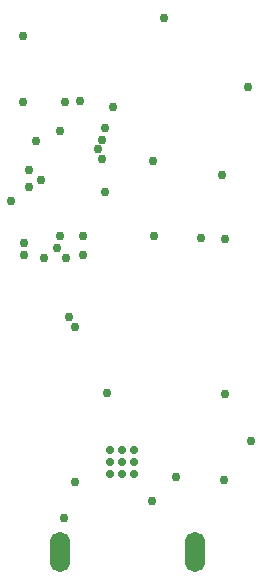
<source format=gbs>
G04 Layer_Color=8150272*
%FSLAX25Y25*%
%MOIN*%
G70*
G01*
G75*
%ADD52O,0.06706X0.13398*%
%ADD53C,0.02800*%
%ADD54C,0.03000*%
D52*
X413941Y272500D02*
D03*
X369059D02*
D03*
D53*
X393500Y298476D02*
D03*
Y302476D02*
D03*
Y306476D02*
D03*
X389500D02*
D03*
X385500D02*
D03*
Y302476D02*
D03*
Y298476D02*
D03*
X389500D02*
D03*
Y302476D02*
D03*
D54*
X373847Y295823D02*
D03*
X399500Y289476D02*
D03*
X370130Y283846D02*
D03*
X407500Y297476D02*
D03*
X432500Y309476D02*
D03*
X423500Y296476D02*
D03*
X400311Y377665D02*
D03*
X431413Y427563D02*
D03*
X416059Y377035D02*
D03*
X423933Y376909D02*
D03*
X352476Y389500D02*
D03*
X403500Y450335D02*
D03*
X356500Y444476D02*
D03*
X356453Y422429D02*
D03*
X370453D02*
D03*
X384563Y325413D02*
D03*
X423933Y325043D02*
D03*
X384000Y392476D02*
D03*
Y413976D02*
D03*
X358398Y394079D02*
D03*
X360957Y409433D02*
D03*
X422831Y398146D02*
D03*
X400000Y402976D02*
D03*
X383000Y403476D02*
D03*
X381602Y406874D02*
D03*
X383000Y409976D02*
D03*
X369000Y412976D02*
D03*
X375500Y422976D02*
D03*
X386500Y420976D02*
D03*
X358500Y399976D02*
D03*
X362500Y396638D02*
D03*
X363500Y370476D02*
D03*
X376689Y377787D02*
D03*
X368815Y377661D02*
D03*
X357000Y371476D02*
D03*
X376500D02*
D03*
X371000Y370476D02*
D03*
X357000Y375476D02*
D03*
X368000Y373976D02*
D03*
X372000Y350976D02*
D03*
X374000Y347476D02*
D03*
M02*

</source>
